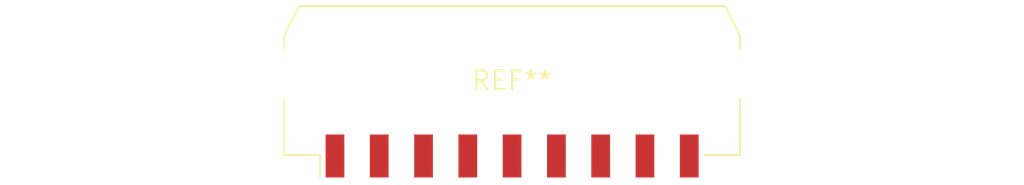
<source format=kicad_pcb>
(kicad_pcb (version 20240108) (generator pcbnew)
  (layers (0 "F.Cu" signal) (31 "B.Cu" signal) (34 "B.Paste" user) (35 "F.Paste" user) (36 "B.SilkS" user "B.Silkscreen") (37 "F.SilkS" user "F.Silkscreen") (38 "B.Mask" user) (39 "F.Mask" user) (44 "Edge.Cuts" user))
  (net 0 "")
  (footprint "Molex_Micro-Fit_3.0_43650-0910_1x09-1MP_P3.00mm_Horizontal_PnP" (layer "F.Cu") (at 0 0)
    (property "Reference" "REF**")
    (property "Value" "Molex_Micro-Fit_3.0_43650-0910_1x09-1MP_P3.00mm_Horizontal_PnP")
    (fp_line (start -15.435 -3.06) (end -15.435 -2.14) (layer "F.SilkS") (stroke (width 0.12)))
    (fp_line (start -15.435 1.29) (end -15.435 5.06) (layer "F.SilkS") (stroke (width 0.12)))
    (fp_line (start -15.435 5.06) (end -13.005 5.06) (layer "F.SilkS") (stroke (width 0.12)))
    (fp_line (start -14.435 -5.06) (end -15.435 -3.06) (layer "F.SilkS") (stroke (width 0.12)))
    (fp_line (start -13.005 5.06) (end -13.005 6.52) (layer "F.SilkS") (stroke (width 0.12)))
    (fp_line (start 0 -5.06) (end -14.435 -5.06) (layer "F.SilkS") (stroke (width 0.12)))
    (fp_line (start 0 -5.06) (end 14.435 -5.06) (layer "F.SilkS") (stroke (width 0.12)))
    (fp_line (start 14.435 -5.06) (end 15.435 -3.06) (layer "F.SilkS") (stroke (width 0.12)))
    (fp_line (start 15.435 -3.06) (end 15.435 -2.14) (layer "F.SilkS") (stroke (width 0.12)))
    (fp_line (start 15.435 1.29) (end 15.435 5.06) (layer "F.SilkS") (stroke (width 0.12)))
    (fp_line (start 15.435 5.06) (end 13.005 5.06) (layer "F.SilkS") (stroke (width 0.12)))
    (pad "1" smd rect (at -12 5.12) (size 1.27 2.92) (layers "F.Cu" "F.Paste" "F.Mask"))
    (pad "2" smd rect (at -9 5.12) (size 1.27 2.92) (layers "F.Cu" "F.Paste" "F.Mask"))
    (pad "3" smd rect (at -6 5.12) (size 1.27 2.92) (layers "F.Cu" "F.Paste" "F.Mask"))
    (pad "4" smd rect (at -3 5.12) (size 1.27 2.92) (layers "F.Cu" "F.Paste" "F.Mask"))
    (pad "5" smd rect (at 0 5.12) (size 1.27 2.92) (layers "F.Cu" "F.Paste" "F.Mask"))
    (pad "6" smd rect (at 3 5.12) (size 1.27 2.92) (layers "F.Cu" "F.Paste" "F.Mask"))
    (pad "7" smd rect (at 6 5.12) (size 1.27 2.92) (layers "F.Cu" "F.Paste" "F.Mask"))
    (pad "8" smd rect (at 9 5.12) (size 1.27 2.92) (layers "F.Cu" "F.Paste" "F.Mask"))
    (pad "9" smd rect (at 12 5.12) (size 1.27 2.92) (layers "F.Cu" "F.Paste" "F.Mask"))
    (pad "MP" thru_hole circle (at -14.15 -0.35) (size 2.84 2.84) (drill 2.54) (layers *.Cu *.Mask) (remove_unused_layers))
    (pad "MP" thru_hole circle (at 14.15 -0.35) (size 2.84 2.84) (drill 2.54) (layers *.Cu *.Mask) (remove_unused_layers))
  )
)
</source>
